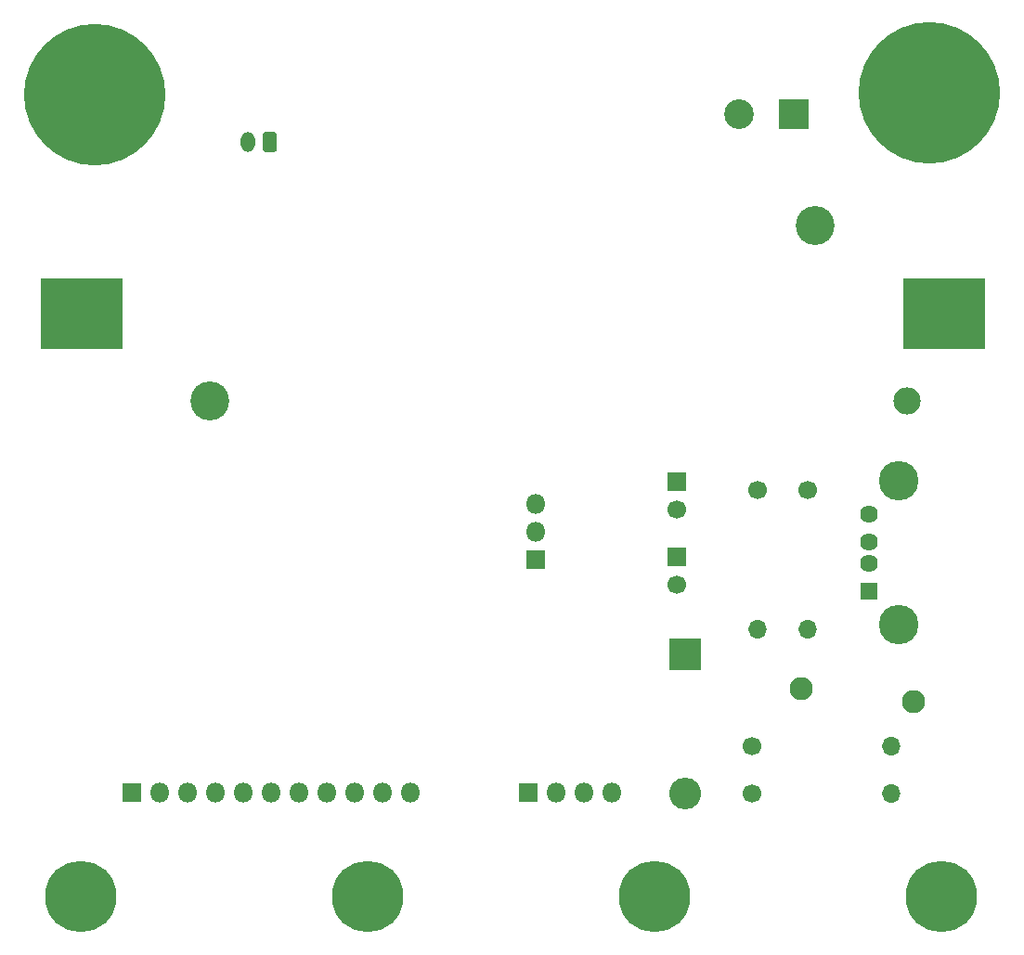
<source format=gbr>
%TF.GenerationSoftware,KiCad,Pcbnew,5.1.6-c6e7f7d~87~ubuntu18.04.1*%
%TF.CreationDate,2021-10-05T10:23:35-04:00*%
%TF.ProjectId,boosta,626f6f73-7461-42e6-9b69-6361645f7063,rev?*%
%TF.SameCoordinates,Original*%
%TF.FileFunction,Soldermask,Top*%
%TF.FilePolarity,Negative*%
%FSLAX46Y46*%
G04 Gerber Fmt 4.6, Leading zero omitted, Abs format (unit mm)*
G04 Created by KiCad (PCBNEW 5.1.6-c6e7f7d~87~ubuntu18.04.1) date 2021-10-05 10:23:35*
%MOMM*%
%LPD*%
G01*
G04 APERTURE LIST*
%ADD10C,6.500000*%
%ADD11C,2.700000*%
%ADD12R,2.700000X2.700000*%
%ADD13C,2.490000*%
%ADD14C,3.550000*%
%ADD15R,7.440000X6.450000*%
%ADD16O,1.700000X1.700000*%
%ADD17C,1.700000*%
%ADD18O,2.900000X2.900000*%
%ADD19R,2.900000X2.900000*%
%ADD20R,1.700000X1.700000*%
%ADD21O,1.300000X1.850000*%
%ADD22O,1.800000X1.800000*%
%ADD23R,1.800000X1.800000*%
%ADD24C,2.110000*%
%ADD25C,1.000000*%
%ADD26C,12.900000*%
%ADD27C,1.624000*%
%ADD28R,1.624000X1.624000*%
%ADD29C,3.600000*%
G04 APERTURE END LIST*
D10*
%TO.C,H5*%
X89408000Y-158750000D03*
%TD*%
%TO.C,H4*%
X63246000Y-158750000D03*
%TD*%
%TO.C,H6*%
X115570000Y-158750000D03*
%TD*%
%TO.C,H3*%
X37084000Y-158750000D03*
%TD*%
D11*
%TO.C,J4*%
X97108000Y-87376000D03*
D12*
X102108000Y-87376000D03*
%TD*%
D13*
%TO.C,BT1*%
X112460000Y-113530000D03*
D14*
X104130000Y-97530000D03*
X48930000Y-113530000D03*
D15*
X37200000Y-105530000D03*
X115860000Y-105530000D03*
%TD*%
D16*
%TO.C,R4*%
X110998000Y-149352000D03*
D17*
X98298000Y-149352000D03*
%TD*%
D16*
%TO.C,R3*%
X103378000Y-134366000D03*
D17*
X103378000Y-121666000D03*
%TD*%
D16*
%TO.C,R2*%
X110998000Y-145034000D03*
D17*
X98298000Y-145034000D03*
%TD*%
D16*
%TO.C,R1*%
X98806000Y-134366000D03*
D17*
X98806000Y-121666000D03*
%TD*%
D18*
%TO.C,D1*%
X92202000Y-149352000D03*
D19*
X92202000Y-136652000D03*
%TD*%
D17*
%TO.C,C2*%
X91440000Y-123404000D03*
D20*
X91440000Y-120904000D03*
%TD*%
D17*
%TO.C,C1*%
X91440000Y-130262000D03*
D20*
X91440000Y-127762000D03*
%TD*%
%TO.C,J2*%
G36*
G01*
X55006000Y-89261832D02*
X55006000Y-90570168D01*
G75*
G02*
X54735168Y-90841000I-270832J0D01*
G01*
X53976832Y-90841000D01*
G75*
G02*
X53706000Y-90570168I0J270832D01*
G01*
X53706000Y-89261832D01*
G75*
G02*
X53976832Y-88991000I270832J0D01*
G01*
X54735168Y-88991000D01*
G75*
G02*
X55006000Y-89261832I0J-270832D01*
G01*
G37*
D21*
X52356000Y-89916000D03*
%TD*%
D22*
%TO.C,J1*%
X85540000Y-149234000D03*
X83000000Y-149234000D03*
X80460000Y-149234000D03*
D23*
X77920000Y-149234000D03*
%TD*%
D24*
%TO.C,F1*%
X102830000Y-139770000D03*
X113030000Y-140970000D03*
%TD*%
D22*
%TO.C,J7*%
X67140000Y-149260000D03*
X64600000Y-149260000D03*
X62060000Y-149260000D03*
X59520000Y-149260000D03*
X56980000Y-149260000D03*
X54440000Y-149260000D03*
X51900000Y-149260000D03*
X49360000Y-149260000D03*
X46820000Y-149260000D03*
X44280000Y-149260000D03*
D23*
X41740000Y-149260000D03*
%TD*%
D25*
%TO.C,H2*%
X117894113Y-82225887D03*
X114500000Y-80820000D03*
X111105887Y-82225887D03*
X109700000Y-85620000D03*
X111105887Y-89014113D03*
X114500000Y-90420000D03*
X117894113Y-89014113D03*
X119300000Y-85620000D03*
D26*
X114500000Y-85450000D03*
%TD*%
%TO.C,H1*%
X38430000Y-85620000D03*
D25*
X43230000Y-85620000D03*
X41824113Y-89014113D03*
X38430000Y-90420000D03*
X35035887Y-89014113D03*
X33630000Y-85620000D03*
X35035887Y-82225887D03*
X38430000Y-80820000D03*
X41824113Y-82225887D03*
%TD*%
D27*
%TO.C,J6*%
X108980000Y-123880000D03*
X108980000Y-126380000D03*
X108980000Y-128380000D03*
D28*
X108980000Y-130880000D03*
D29*
X111690000Y-133950000D03*
X111690000Y-120810000D03*
%TD*%
D22*
%TO.C,J3*%
X78604000Y-122936000D03*
X78604000Y-125476000D03*
D23*
X78604000Y-128016000D03*
%TD*%
M02*

</source>
